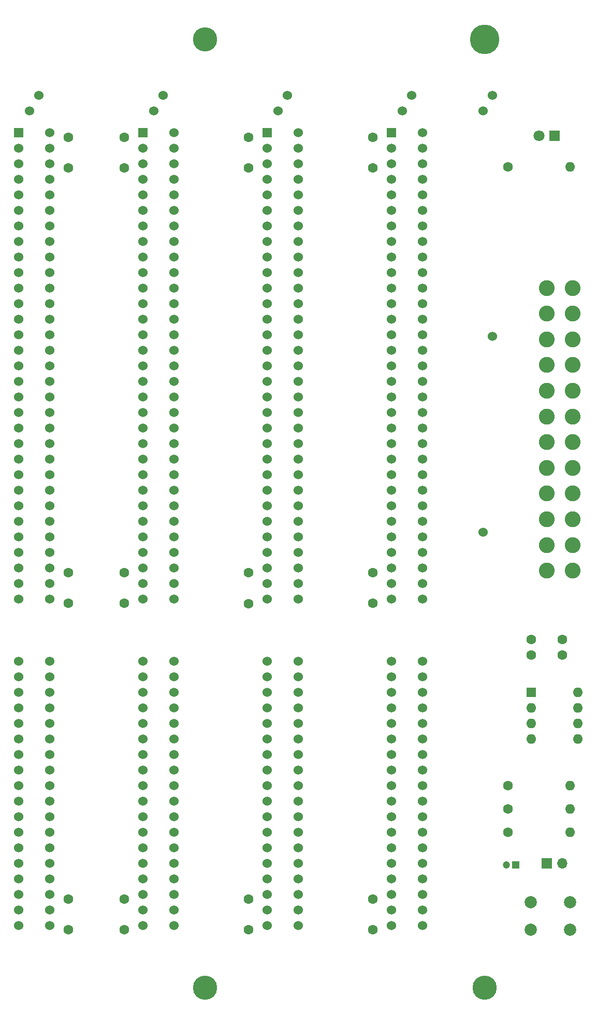
<source format=gbr>
G04 #@! TF.GenerationSoftware,KiCad,Pcbnew,(5.1.8)-1*
G04 #@! TF.CreationDate,2025-02-24T09:12:35-07:00*
G04 #@! TF.ProjectId,Backplane,4261636b-706c-4616-9e65-2e6b69636164,rev?*
G04 #@! TF.SameCoordinates,Original*
G04 #@! TF.FileFunction,Soldermask,Bot*
G04 #@! TF.FilePolarity,Negative*
%FSLAX46Y46*%
G04 Gerber Fmt 4.6, Leading zero omitted, Abs format (unit mm)*
G04 Created by KiCad (PCBNEW (5.1.8)-1) date 2025-02-24 09:12:35*
%MOMM*%
%LPD*%
G01*
G04 APERTURE LIST*
%ADD10C,1.524000*%
%ADD11O,1.600000X1.600000*%
%ADD12R,1.600000X1.600000*%
%ADD13C,1.800000*%
%ADD14R,1.800000X1.800000*%
%ADD15C,1.600000*%
%ADD16R,1.524000X1.524000*%
%ADD17C,1.200000*%
%ADD18R,1.200000X1.200000*%
%ADD19O,1.700000X1.700000*%
%ADD20R,1.700000X1.700000*%
%ADD21C,2.000000*%
%ADD22C,3.962400*%
%ADD23C,4.826000*%
%ADD24C,2.590800*%
G04 APERTURE END LIST*
D10*
G04 #@! TO.C,R*
X138430000Y-73914000D03*
G04 #@! TD*
G04 #@! TO.C,R*
X136906000Y-105918000D03*
G04 #@! TD*
G04 #@! TO.C,R*
X138430000Y-34544000D03*
G04 #@! TD*
G04 #@! TO.C,R*
X136906000Y-37084000D03*
G04 #@! TD*
D11*
G04 #@! TO.C,U1*
X152400000Y-132080000D03*
X144780000Y-139700000D03*
X152400000Y-134620000D03*
X144780000Y-137160000D03*
X152400000Y-137160000D03*
X144780000Y-134620000D03*
X152400000Y-139700000D03*
D12*
X144780000Y-132080000D03*
G04 #@! TD*
D13*
G04 #@! TO.C,D1*
X146050000Y-41148000D03*
D14*
X148590000Y-41148000D03*
G04 #@! TD*
D11*
G04 #@! TO.C,R4*
X151130000Y-46228000D03*
D15*
X140970000Y-46228000D03*
G04 #@! TD*
D11*
G04 #@! TO.C,R3*
X151130000Y-147320000D03*
D15*
X140970000Y-147320000D03*
G04 #@! TD*
D11*
G04 #@! TO.C,R2*
X151130000Y-151130000D03*
D15*
X140970000Y-151130000D03*
G04 #@! TD*
D10*
G04 #@! TO.C,ISA4*
X66040000Y-170180000D03*
X66040000Y-167640000D03*
X66040000Y-165100000D03*
X66040000Y-162560000D03*
X66040000Y-160020000D03*
X66040000Y-157480000D03*
X66040000Y-154940000D03*
X66040000Y-152400000D03*
X66040000Y-149860000D03*
X66040000Y-147320000D03*
X66040000Y-144780000D03*
X66040000Y-142240000D03*
X66040000Y-139700000D03*
X66040000Y-137160000D03*
X66040000Y-134620000D03*
X66040000Y-132080000D03*
X66040000Y-129540000D03*
X66040000Y-127000000D03*
X60960000Y-170180000D03*
X60960000Y-167640000D03*
X60960000Y-165100000D03*
X60960000Y-162560000D03*
X60960000Y-160020000D03*
X60960000Y-157480000D03*
X60960000Y-154940000D03*
X60960000Y-152400000D03*
X60960000Y-149860000D03*
X60960000Y-147320000D03*
X60960000Y-144780000D03*
X60960000Y-142240000D03*
X60960000Y-139700000D03*
X60960000Y-137160000D03*
X60960000Y-134620000D03*
X60960000Y-132080000D03*
X60960000Y-129540000D03*
X60960000Y-127000000D03*
X66040000Y-116840000D03*
X66040000Y-114300000D03*
X66040000Y-111760000D03*
X66040000Y-109220000D03*
X66040000Y-106680000D03*
X66040000Y-104140000D03*
X66040000Y-101600000D03*
X66040000Y-99060000D03*
X66040000Y-96520000D03*
X66040000Y-93980000D03*
X66040000Y-91440000D03*
X66040000Y-88900000D03*
X66040000Y-86360000D03*
X66040000Y-83820000D03*
X66040000Y-81280000D03*
X66040000Y-78740000D03*
X66040000Y-76200000D03*
X66040000Y-73660000D03*
X66040000Y-71120000D03*
X66040000Y-68580000D03*
X66040000Y-66040000D03*
X66040000Y-63500000D03*
X66040000Y-60960000D03*
X66040000Y-58420000D03*
X66040000Y-55880000D03*
X66040000Y-53340000D03*
X66040000Y-50800000D03*
X66040000Y-48260000D03*
X66040000Y-45720000D03*
X66040000Y-43180000D03*
X66040000Y-40640000D03*
X60960000Y-116840000D03*
X60960000Y-114300000D03*
X60960000Y-111760000D03*
X60960000Y-109220000D03*
X60960000Y-106680000D03*
X60960000Y-104140000D03*
X60960000Y-101600000D03*
X60960000Y-99060000D03*
X60960000Y-96520000D03*
X60960000Y-93980000D03*
X60960000Y-91440000D03*
X60960000Y-88900000D03*
X60960000Y-86360000D03*
X60960000Y-83820000D03*
X60960000Y-81280000D03*
X60960000Y-78740000D03*
X60960000Y-76200000D03*
X60960000Y-73660000D03*
X60960000Y-71120000D03*
X60960000Y-68580000D03*
X60960000Y-66040000D03*
X60960000Y-63500000D03*
X60960000Y-60960000D03*
X60960000Y-58420000D03*
X60960000Y-55880000D03*
X60960000Y-53340000D03*
X60960000Y-50800000D03*
X60960000Y-48260000D03*
X60960000Y-45720000D03*
X60960000Y-43180000D03*
D16*
X60960000Y-40640000D03*
G04 #@! TD*
D10*
G04 #@! TO.C,ISA3*
X86360000Y-170180000D03*
X86360000Y-167640000D03*
X86360000Y-165100000D03*
X86360000Y-162560000D03*
X86360000Y-160020000D03*
X86360000Y-157480000D03*
X86360000Y-154940000D03*
X86360000Y-152400000D03*
X86360000Y-149860000D03*
X86360000Y-147320000D03*
X86360000Y-144780000D03*
X86360000Y-142240000D03*
X86360000Y-139700000D03*
X86360000Y-137160000D03*
X86360000Y-134620000D03*
X86360000Y-132080000D03*
X86360000Y-129540000D03*
X86360000Y-127000000D03*
X81280000Y-170180000D03*
X81280000Y-167640000D03*
X81280000Y-165100000D03*
X81280000Y-162560000D03*
X81280000Y-160020000D03*
X81280000Y-157480000D03*
X81280000Y-154940000D03*
X81280000Y-152400000D03*
X81280000Y-149860000D03*
X81280000Y-147320000D03*
X81280000Y-144780000D03*
X81280000Y-142240000D03*
X81280000Y-139700000D03*
X81280000Y-137160000D03*
X81280000Y-134620000D03*
X81280000Y-132080000D03*
X81280000Y-129540000D03*
X81280000Y-127000000D03*
X86360000Y-116840000D03*
X86360000Y-114300000D03*
X86360000Y-111760000D03*
X86360000Y-109220000D03*
X86360000Y-106680000D03*
X86360000Y-104140000D03*
X86360000Y-101600000D03*
X86360000Y-99060000D03*
X86360000Y-96520000D03*
X86360000Y-93980000D03*
X86360000Y-91440000D03*
X86360000Y-88900000D03*
X86360000Y-86360000D03*
X86360000Y-83820000D03*
X86360000Y-81280000D03*
X86360000Y-78740000D03*
X86360000Y-76200000D03*
X86360000Y-73660000D03*
X86360000Y-71120000D03*
X86360000Y-68580000D03*
X86360000Y-66040000D03*
X86360000Y-63500000D03*
X86360000Y-60960000D03*
X86360000Y-58420000D03*
X86360000Y-55880000D03*
X86360000Y-53340000D03*
X86360000Y-50800000D03*
X86360000Y-48260000D03*
X86360000Y-45720000D03*
X86360000Y-43180000D03*
X86360000Y-40640000D03*
X81280000Y-116840000D03*
X81280000Y-114300000D03*
X81280000Y-111760000D03*
X81280000Y-109220000D03*
X81280000Y-106680000D03*
X81280000Y-104140000D03*
X81280000Y-101600000D03*
X81280000Y-99060000D03*
X81280000Y-96520000D03*
X81280000Y-93980000D03*
X81280000Y-91440000D03*
X81280000Y-88900000D03*
X81280000Y-86360000D03*
X81280000Y-83820000D03*
X81280000Y-81280000D03*
X81280000Y-78740000D03*
X81280000Y-76200000D03*
X81280000Y-73660000D03*
X81280000Y-71120000D03*
X81280000Y-68580000D03*
X81280000Y-66040000D03*
X81280000Y-63500000D03*
X81280000Y-60960000D03*
X81280000Y-58420000D03*
X81280000Y-55880000D03*
X81280000Y-53340000D03*
X81280000Y-50800000D03*
X81280000Y-48260000D03*
X81280000Y-45720000D03*
X81280000Y-43180000D03*
D16*
X81280000Y-40640000D03*
G04 #@! TD*
D10*
G04 #@! TO.C,ISA2*
X106680000Y-170180000D03*
X106680000Y-167640000D03*
X106680000Y-165100000D03*
X106680000Y-162560000D03*
X106680000Y-160020000D03*
X106680000Y-157480000D03*
X106680000Y-154940000D03*
X106680000Y-152400000D03*
X106680000Y-149860000D03*
X106680000Y-147320000D03*
X106680000Y-144780000D03*
X106680000Y-142240000D03*
X106680000Y-139700000D03*
X106680000Y-137160000D03*
X106680000Y-134620000D03*
X106680000Y-132080000D03*
X106680000Y-129540000D03*
X106680000Y-127000000D03*
X101600000Y-170180000D03*
X101600000Y-167640000D03*
X101600000Y-165100000D03*
X101600000Y-162560000D03*
X101600000Y-160020000D03*
X101600000Y-157480000D03*
X101600000Y-154940000D03*
X101600000Y-152400000D03*
X101600000Y-149860000D03*
X101600000Y-147320000D03*
X101600000Y-144780000D03*
X101600000Y-142240000D03*
X101600000Y-139700000D03*
X101600000Y-137160000D03*
X101600000Y-134620000D03*
X101600000Y-132080000D03*
X101600000Y-129540000D03*
X101600000Y-127000000D03*
X106680000Y-116840000D03*
X106680000Y-114300000D03*
X106680000Y-111760000D03*
X106680000Y-109220000D03*
X106680000Y-106680000D03*
X106680000Y-104140000D03*
X106680000Y-101600000D03*
X106680000Y-99060000D03*
X106680000Y-96520000D03*
X106680000Y-93980000D03*
X106680000Y-91440000D03*
X106680000Y-88900000D03*
X106680000Y-86360000D03*
X106680000Y-83820000D03*
X106680000Y-81280000D03*
X106680000Y-78740000D03*
X106680000Y-76200000D03*
X106680000Y-73660000D03*
X106680000Y-71120000D03*
X106680000Y-68580000D03*
X106680000Y-66040000D03*
X106680000Y-63500000D03*
X106680000Y-60960000D03*
X106680000Y-58420000D03*
X106680000Y-55880000D03*
X106680000Y-53340000D03*
X106680000Y-50800000D03*
X106680000Y-48260000D03*
X106680000Y-45720000D03*
X106680000Y-43180000D03*
X106680000Y-40640000D03*
X101600000Y-116840000D03*
X101600000Y-114300000D03*
X101600000Y-111760000D03*
X101600000Y-109220000D03*
X101600000Y-106680000D03*
X101600000Y-104140000D03*
X101600000Y-101600000D03*
X101600000Y-99060000D03*
X101600000Y-96520000D03*
X101600000Y-93980000D03*
X101600000Y-91440000D03*
X101600000Y-88900000D03*
X101600000Y-86360000D03*
X101600000Y-83820000D03*
X101600000Y-81280000D03*
X101600000Y-78740000D03*
X101600000Y-76200000D03*
X101600000Y-73660000D03*
X101600000Y-71120000D03*
X101600000Y-68580000D03*
X101600000Y-66040000D03*
X101600000Y-63500000D03*
X101600000Y-60960000D03*
X101600000Y-58420000D03*
X101600000Y-55880000D03*
X101600000Y-53340000D03*
X101600000Y-50800000D03*
X101600000Y-48260000D03*
X101600000Y-45720000D03*
X101600000Y-43180000D03*
D16*
X101600000Y-40640000D03*
G04 #@! TD*
D15*
G04 #@! TO.C,C15*
X149780000Y-123444000D03*
X144780000Y-123444000D03*
G04 #@! TD*
G04 #@! TO.C,C14*
X144780000Y-125984000D03*
X149780000Y-125984000D03*
G04 #@! TD*
D17*
G04 #@! TO.C,C13*
X140716000Y-160274000D03*
D18*
X142216000Y-160274000D03*
G04 #@! TD*
D15*
G04 #@! TO.C,C12*
X69088000Y-165862000D03*
X69088000Y-170862000D03*
G04 #@! TD*
G04 #@! TO.C,C11*
X69088000Y-112522000D03*
X69088000Y-117522000D03*
G04 #@! TD*
G04 #@! TO.C,C10*
X69088000Y-46402000D03*
X69088000Y-41402000D03*
G04 #@! TD*
G04 #@! TO.C,C9*
X78232000Y-165862000D03*
X78232000Y-170862000D03*
G04 #@! TD*
G04 #@! TO.C,C8*
X78232000Y-112522000D03*
X78232000Y-117522000D03*
G04 #@! TD*
G04 #@! TO.C,C7*
X78232000Y-46402000D03*
X78232000Y-41402000D03*
G04 #@! TD*
G04 #@! TO.C,C6*
X98552000Y-165862000D03*
X98552000Y-170862000D03*
G04 #@! TD*
G04 #@! TO.C,C5*
X98552000Y-112602000D03*
X98552000Y-117602000D03*
G04 #@! TD*
G04 #@! TO.C,C4*
X98552000Y-46402000D03*
X98552000Y-41402000D03*
G04 #@! TD*
G04 #@! TO.C,C3*
X118872000Y-165862000D03*
X118872000Y-170862000D03*
G04 #@! TD*
G04 #@! TO.C,C2*
X118872000Y-112522000D03*
X118872000Y-117522000D03*
G04 #@! TD*
D11*
G04 #@! TO.C,R1*
X151130000Y-154940000D03*
D15*
X140970000Y-154940000D03*
G04 #@! TD*
D19*
G04 #@! TO.C,J8*
X149860000Y-160020000D03*
D20*
X147320000Y-160020000D03*
G04 #@! TD*
D21*
G04 #@! TO.C,SW1*
X151130000Y-166370000D03*
X151130000Y-170870000D03*
X144630000Y-166370000D03*
X144630000Y-170870000D03*
G04 #@! TD*
D10*
G04 #@! TO.C,ISA1*
X127000000Y-170180000D03*
X127000000Y-167640000D03*
X127000000Y-165100000D03*
X127000000Y-162560000D03*
X127000000Y-160020000D03*
X127000000Y-157480000D03*
X127000000Y-154940000D03*
X127000000Y-152400000D03*
X127000000Y-149860000D03*
X127000000Y-147320000D03*
X127000000Y-144780000D03*
X127000000Y-142240000D03*
X127000000Y-139700000D03*
X127000000Y-137160000D03*
X127000000Y-134620000D03*
X127000000Y-132080000D03*
X127000000Y-129540000D03*
X127000000Y-127000000D03*
X121920000Y-170180000D03*
X121920000Y-167640000D03*
X121920000Y-165100000D03*
X121920000Y-162560000D03*
X121920000Y-160020000D03*
X121920000Y-157480000D03*
X121920000Y-154940000D03*
X121920000Y-152400000D03*
X121920000Y-149860000D03*
X121920000Y-147320000D03*
X121920000Y-144780000D03*
X121920000Y-142240000D03*
X121920000Y-139700000D03*
X121920000Y-137160000D03*
X121920000Y-134620000D03*
X121920000Y-132080000D03*
X121920000Y-129540000D03*
X121920000Y-127000000D03*
X127000000Y-116840000D03*
X127000000Y-114300000D03*
X127000000Y-111760000D03*
X127000000Y-109220000D03*
X127000000Y-106680000D03*
X127000000Y-104140000D03*
X127000000Y-101600000D03*
X127000000Y-99060000D03*
X127000000Y-96520000D03*
X127000000Y-93980000D03*
X127000000Y-91440000D03*
X127000000Y-88900000D03*
X127000000Y-86360000D03*
X127000000Y-83820000D03*
X127000000Y-81280000D03*
X127000000Y-78740000D03*
X127000000Y-76200000D03*
X127000000Y-73660000D03*
X127000000Y-71120000D03*
X127000000Y-68580000D03*
X127000000Y-66040000D03*
X127000000Y-63500000D03*
X127000000Y-60960000D03*
X127000000Y-58420000D03*
X127000000Y-55880000D03*
X127000000Y-53340000D03*
X127000000Y-50800000D03*
X127000000Y-48260000D03*
X127000000Y-45720000D03*
X127000000Y-43180000D03*
X127000000Y-40640000D03*
X121920000Y-116840000D03*
X121920000Y-114300000D03*
X121920000Y-111760000D03*
X121920000Y-109220000D03*
X121920000Y-106680000D03*
X121920000Y-104140000D03*
X121920000Y-101600000D03*
X121920000Y-99060000D03*
X121920000Y-96520000D03*
X121920000Y-93980000D03*
X121920000Y-91440000D03*
X121920000Y-88900000D03*
X121920000Y-86360000D03*
X121920000Y-83820000D03*
X121920000Y-81280000D03*
X121920000Y-78740000D03*
X121920000Y-76200000D03*
X121920000Y-73660000D03*
X121920000Y-71120000D03*
X121920000Y-68580000D03*
X121920000Y-66040000D03*
X121920000Y-63500000D03*
X121920000Y-60960000D03*
X121920000Y-58420000D03*
X121920000Y-55880000D03*
X121920000Y-53340000D03*
X121920000Y-50800000D03*
X121920000Y-48260000D03*
X121920000Y-45720000D03*
X121920000Y-43180000D03*
D16*
X121920000Y-40640000D03*
G04 #@! TD*
D15*
G04 #@! TO.C,C1*
X118872000Y-46402000D03*
X118872000Y-41402000D03*
G04 #@! TD*
D10*
G04 #@! TO.C,R*
X125222000Y-34544000D03*
G04 #@! TD*
G04 #@! TO.C,R*
X104902000Y-34544000D03*
G04 #@! TD*
G04 #@! TO.C,R*
X103378000Y-37084000D03*
G04 #@! TD*
G04 #@! TO.C,R*
X64262000Y-34544000D03*
G04 #@! TD*
G04 #@! TO.C,R*
X83058000Y-37084000D03*
G04 #@! TD*
D22*
G04 #@! TO.C,REF\u002A\u002A*
X91440000Y-25400000D03*
G04 #@! TD*
G04 #@! TO.C,REF\u002A\u002A*
X91440000Y-180340000D03*
G04 #@! TD*
D10*
G04 #@! TO.C,R*
X62738000Y-37084000D03*
G04 #@! TD*
D22*
G04 #@! TO.C,REF\u002A\u002A*
X137160000Y-180340000D03*
G04 #@! TD*
D10*
G04 #@! TO.C,R*
X123698000Y-37084000D03*
G04 #@! TD*
G04 #@! TO.C,R*
X84582000Y-34544000D03*
G04 #@! TD*
D23*
G04 #@! TO.C,REF\u002A\u002A*
X137160000Y-25400000D03*
G04 #@! TD*
D24*
G04 #@! TO.C,ATXPOWER1*
X151520000Y-108040000D03*
X151520000Y-112240000D03*
X151520000Y-103840000D03*
X151520000Y-66040000D03*
X151520000Y-70240000D03*
X151520000Y-74440000D03*
X151520000Y-78640000D03*
X151520000Y-91240000D03*
X151520000Y-82840000D03*
X151520000Y-87040000D03*
X151520000Y-99640000D03*
X151520000Y-95440000D03*
X147320000Y-112240000D03*
X147320000Y-108040000D03*
X147320000Y-103840000D03*
X147320000Y-99640000D03*
X147320000Y-95440000D03*
X147320000Y-91240000D03*
X147320000Y-87040000D03*
X147320000Y-82840000D03*
X147320000Y-78640000D03*
X147320000Y-74440000D03*
X147320000Y-70240000D03*
X147320000Y-66040000D03*
G04 #@! TD*
M02*

</source>
